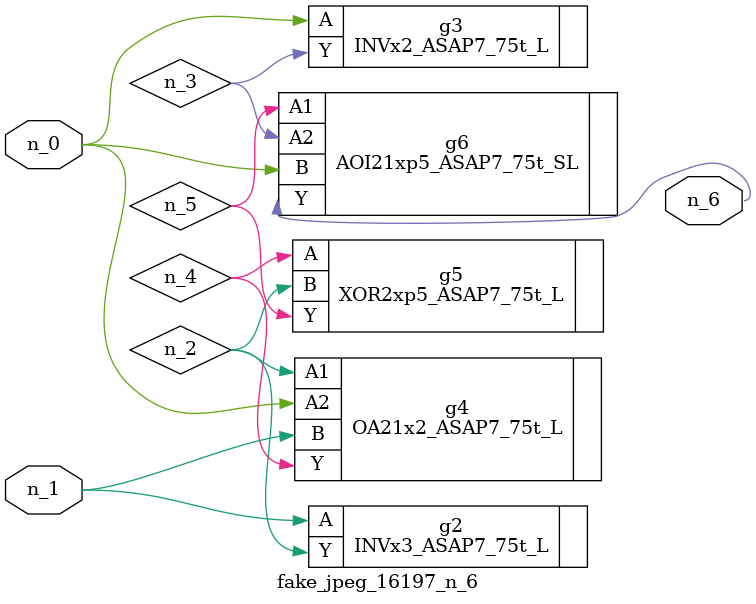
<source format=v>
module fake_jpeg_16197_n_6 (n_0, n_1, n_6);

input n_0;
input n_1;

output n_6;

wire n_2;
wire n_3;
wire n_4;
wire n_5;

INVx3_ASAP7_75t_L g2 ( 
.A(n_1),
.Y(n_2)
);

INVx2_ASAP7_75t_L g3 ( 
.A(n_0),
.Y(n_3)
);

OA21x2_ASAP7_75t_L g4 ( 
.A1(n_2),
.A2(n_0),
.B(n_1),
.Y(n_4)
);

XOR2xp5_ASAP7_75t_L g5 ( 
.A(n_4),
.B(n_2),
.Y(n_5)
);

AOI21xp5_ASAP7_75t_SL g6 ( 
.A1(n_5),
.A2(n_3),
.B(n_0),
.Y(n_6)
);


endmodule
</source>
